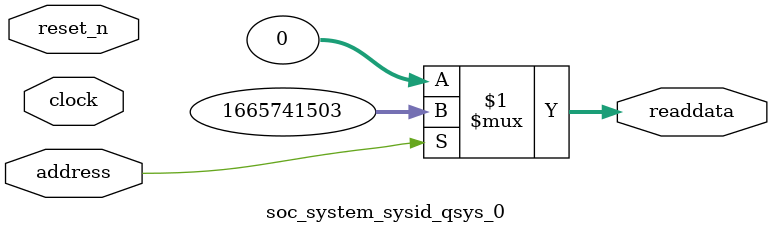
<source format=v>



// synthesis translate_off
`timescale 1ns / 1ps
// synthesis translate_on

// turn off superfluous verilog processor warnings 
// altera message_level Level1 
// altera message_off 10034 10035 10036 10037 10230 10240 10030 

module soc_system_sysid_qsys_0 (
               // inputs:
                address,
                clock,
                reset_n,

               // outputs:
                readdata
             )
;

  output  [ 31: 0] readdata;
  input            address;
  input            clock;
  input            reset_n;

  wire    [ 31: 0] readdata;
  //control_slave, which is an e_avalon_slave
  assign readdata = address ? 1665741503 : 0;

endmodule



</source>
